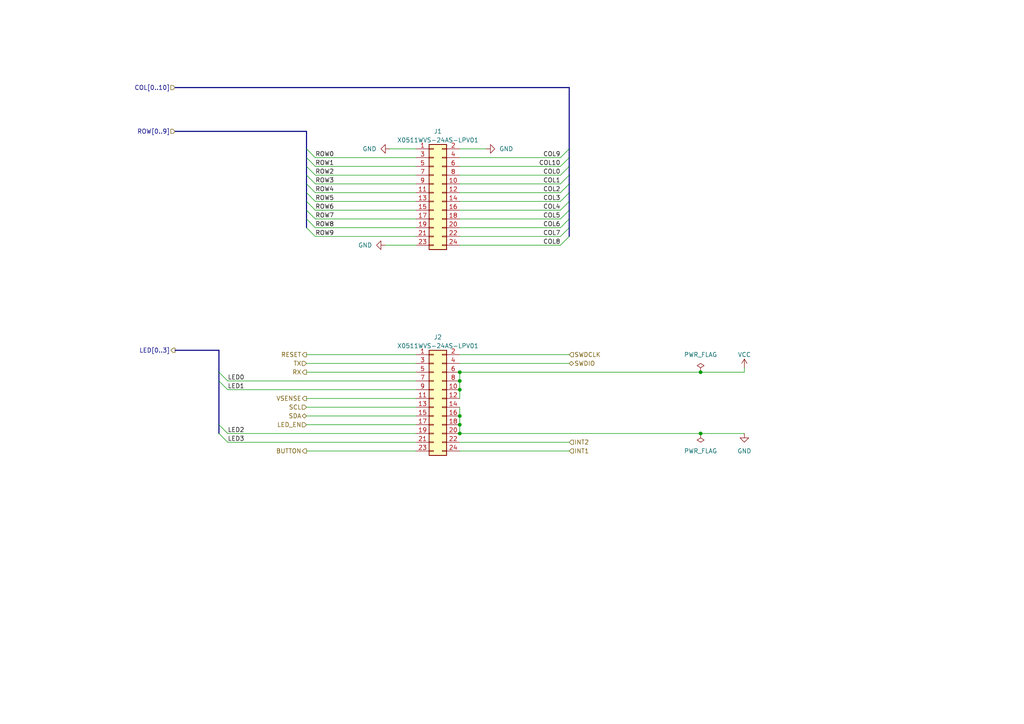
<source format=kicad_sch>
(kicad_sch (version 20230121) (generator eeschema)
  (paper "A4")
  (lib_symbols
    (symbol "Connector_Generic:Conn_02x12_Odd_Even" (pin_names (offset 1.016) hide)
      (property "Reference" "J" (at 1.27 15.24 0))
      (property "Value" "Conn_02x12_Odd_Even" (at 1.27 -17.78 0))
      (symbol "Conn_02x12_Odd_Even_1_1"
        (rectangle (start -1.27 -15.113) (end 0 -15.367) (stroke (width 0.1524)))
        (rectangle (start -1.27 -12.573) (end 0 -12.827) (stroke (width 0.1524)))
        (rectangle (start -1.27 -10.033) (end 0 -10.287) (stroke (width 0.1524)))
        (rectangle (start -1.27 -7.493) (end 0 -7.747) (stroke (width 0.1524)))
        (rectangle (start -1.27 -4.953) (end 0 -5.207) (stroke (width 0.1524)))
        (rectangle (start -1.27 -2.413) (end 0 -2.667) (stroke (width 0.1524)))
        (rectangle (start -1.27 0.127) (end 0 -0.127) (stroke (width 0.1524)))
        (rectangle (start -1.27 2.667) (end 0 2.413) (stroke (width 0.1524)))
        (rectangle (start -1.27 5.207) (end 0 4.953) (stroke (width 0.1524)))
        (rectangle (start -1.27 7.747) (end 0 7.493) (stroke (width 0.1524)))
        (rectangle (start -1.27 10.287) (end 0 10.033) (stroke (width 0.1524)))
        (rectangle (start -1.27 12.827) (end 0 12.573) (stroke (width 0.1524)))
        (rectangle (start -1.27 13.97) (end 3.81 -16.51) (stroke (width 0.254)) (fill (type background)))
        (rectangle (start 3.81 -15.113) (end 2.54 -15.367) (stroke (width 0.1524)))
        (rectangle (start 3.81 -12.573) (end 2.54 -12.827) (stroke (width 0.1524)))
        (rectangle (start 3.81 -10.033) (end 2.54 -10.287) (stroke (width 0.1524)))
        (rectangle (start 3.81 -7.493) (end 2.54 -7.747) (stroke (width 0.1524)))
        (rectangle (start 3.81 -4.953) (end 2.54 -5.207) (stroke (width 0.1524)))
        (rectangle (start 3.81 -2.413) (end 2.54 -2.667) (stroke (width 0.1524)))
        (rectangle (start 3.81 0.127) (end 2.54 -0.127) (stroke (width 0.1524)))
        (rectangle (start 3.81 2.667) (end 2.54 2.413) (stroke (width 0.1524)))
        (rectangle (start 3.81 5.207) (end 2.54 4.953) (stroke (width 0.1524)))
        (rectangle (start 3.81 7.747) (end 2.54 7.493) (stroke (width 0.1524)))
        (rectangle (start 3.81 10.287) (end 2.54 10.033) (stroke (width 0.1524)))
        (rectangle (start 3.81 12.827) (end 2.54 12.573) (stroke (width 0.1524)))
        (pin passive line (at -5.08 12.7 0) (length 3.81) (name "Pin_1") (number "1"))
        (pin passive line (at 7.62 2.54 180) (length 3.81) (name "Pin_10") (number "10"))
        (pin passive line (at -5.08 0 0) (length 3.81) (name "Pin_11") (number "11"))
        (pin passive line (at 7.62 0 180) (length 3.81) (name "Pin_12") (number "12"))
        (pin passive line (at -5.08 -2.54 0) (length 3.81) (name "Pin_13") (number "13"))
        (pin passive line (at 7.62 -2.54 180) (length 3.81) (name "Pin_14") (number "14"))
        (pin passive line (at -5.08 -5.08 0) (length 3.81) (name "Pin_15") (number "15"))
        (pin passive line (at 7.62 -5.08 180) (length 3.81) (name "Pin_16") (number "16"))
        (pin passive line (at -5.08 -7.62 0) (length 3.81) (name "Pin_17") (number "17"))
        (pin passive line (at 7.62 -7.62 180) (length 3.81) (name "Pin_18") (number "18"))
        (pin passive line (at -5.08 -10.16 0) (length 3.81) (name "Pin_19") (number "19"))
        (pin passive line (at 7.62 12.7 180) (length 3.81) (name "Pin_2") (number "2"))
        (pin passive line (at 7.62 -10.16 180) (length 3.81) (name "Pin_20") (number "20"))
        (pin passive line (at -5.08 -12.7 0) (length 3.81) (name "Pin_21") (number "21"))
        (pin passive line (at 7.62 -12.7 180) (length 3.81) (name "Pin_22") (number "22"))
        (pin passive line (at -5.08 -15.24 0) (length 3.81) (name "Pin_23") (number "23"))
        (pin passive line (at 7.62 -15.24 180) (length 3.81) (name "Pin_24") (number "24"))
        (pin passive line (at -5.08 10.16 0) (length 3.81) (name "Pin_3") (number "3"))
        (pin passive line (at 7.62 10.16 180) (length 3.81) (name "Pin_4") (number "4"))
        (pin passive line (at -5.08 7.62 0) (length 3.81) (name "Pin_5") (number "5"))
        (pin passive line (at 7.62 7.62 180) (length 3.81) (name "Pin_6") (number "6"))
        (pin passive line (at -5.08 5.08 0) (length 3.81) (name "Pin_7") (number "7"))
        (pin passive line (at 7.62 5.08 180) (length 3.81) (name "Pin_8") (number "8"))
        (pin passive line (at -5.08 2.54 0) (length 3.81) (name "Pin_9") (number "9"))
      )
    )
    (symbol "power:GND" (power) (pin_names (offset 0))
      (property "Value" "GND" (at 0 -3.81 0))
      (symbol "GND_0_1"
        (polyline (pts (xy 0 0) (xy 0 -1.27) (xy 1.27 -1.27) (xy 0 -2.54) (xy -1.27 -1.27) (xy 0 -1.27)))
      )
      (symbol "GND_1_1"
        (pin power_in line (at 0 0 270) (length 0) hide (name "GND") (number "1"))
      )
    )
    (symbol "power:PWR_FLAG" (power) (pin_numbers hide) (pin_names (offset 0) hide)
      (property "Value" "PWR_FLAG" (at 0 3.81 0))
      (symbol "PWR_FLAG_0_0"
        (pin power_out line (at 0 0 90) (length 0) (name "pwr") (number "1"))
      )
      (symbol "PWR_FLAG_0_1"
        (polyline (pts (xy 0 0) (xy 0 1.27) (xy -1.016 1.905) (xy 0 2.54) (xy 1.016 1.905) (xy 0 1.27)))
      )
    )
    (symbol "power:VCC" (power) (pin_names (offset 0))
      (property "Value" "VCC" (at 0 3.81 0))
      (symbol "VCC_0_1"
        (polyline (pts (xy -0.762 1.27) (xy 0 2.54)))
        (polyline (pts (xy 0 0) (xy 0 2.54)))
        (polyline (pts (xy 0 2.54) (xy 0.762 1.27)))
      )
      (symbol "VCC_1_1"
        (pin power_in line (at 0 0 90) (length 0) hide (name "VCC") (number "1"))
      )
    )
  )
  (junction (at 133.35 113.03))
  (junction (at 133.35 125.73))
  (junction (at 203.2 125.73))
  (junction (at 133.35 120.65))
  (junction (at 133.35 110.49))
  (junction (at 203.2 107.95))
  (junction (at 133.35 107.95))
  (junction (at 133.35 123.19))
  (bus_entry (at 165.1 50.8) (size -2.54 2.54))
  (bus_entry (at 63.5 107.95) (size 2.54 2.54))
  (bus_entry (at 63.5 123.19) (size 2.54 2.54))
  (bus_entry (at 88.9 63.5) (size 2.54 2.54))
  (bus_entry (at 88.9 48.26) (size 2.54 2.54))
  (bus_entry (at 88.9 45.72) (size 2.54 2.54))
  (bus_entry (at 63.5 110.49) (size 2.54 2.54))
  (bus_entry (at 88.9 43.18) (size 2.54 2.54))
  (bus_entry (at 165.1 63.5) (size -2.54 2.54))
  (bus_entry (at 88.9 53.34) (size 2.54 2.54))
  (bus_entry (at 165.1 48.26) (size -2.54 2.54))
  (bus_entry (at 88.9 60.96) (size 2.54 2.54))
  (bus_entry (at 88.9 66.04) (size 2.54 2.54))
  (bus_entry (at 63.5 125.73) (size 2.54 2.54))
  (bus_entry (at 165.1 60.96) (size -2.54 2.54))
  (bus_entry (at 88.9 50.8) (size 2.54 2.54))
  (bus_entry (at 165.1 55.88) (size -2.54 2.54))
  (bus_entry (at 165.1 43.18) (size -2.54 2.54))
  (bus_entry (at 88.9 58.42) (size 2.54 2.54))
  (bus_entry (at 88.9 55.88) (size 2.54 2.54))
  (bus_entry (at 165.1 66.04) (size -2.54 2.54))
  (bus_entry (at 165.1 68.58) (size -2.54 2.54))
  (bus_entry (at 165.1 58.42) (size -2.54 2.54))
  (bus_entry (at 165.1 53.34) (size -2.54 2.54))
  (bus_entry (at 165.1 45.72) (size -2.54 2.54))
  (wire (pts (xy 133.35 107.95) (xy 133.35 110.49)))
  (wire (pts (xy 88.9 130.81) (xy 120.65 130.81)))
  (wire (pts (xy 91.44 53.34) (xy 120.65 53.34)))
  (wire (pts (xy 203.2 125.73) (xy 215.9 125.73)))
  (bus (pts (xy 165.1 53.34) (xy 165.1 55.88)))
  (wire (pts (xy 133.35 105.41) (xy 165.1 105.41)))
  (bus (pts (xy 50.8 38.1) (xy 88.9 38.1)))
  (wire (pts (xy 133.35 110.49) (xy 133.35 113.03)))
  (wire (pts (xy 133.35 125.73) (xy 203.2 125.73)))
  (bus (pts (xy 165.1 43.18) (xy 165.1 45.72)))
  (bus (pts (xy 50.8 25.4) (xy 165.1 25.4)))
  (wire (pts (xy 133.35 48.26) (xy 162.56 48.26)))
  (bus (pts (xy 63.5 110.49) (xy 63.5 123.19)))
  (bus (pts (xy 165.1 60.96) (xy 165.1 63.5)))
  (wire (pts (xy 133.35 102.87) (xy 165.1 102.87)))
  (bus (pts (xy 88.9 63.5) (xy 88.9 66.04)))
  (bus (pts (xy 88.9 53.34) (xy 88.9 55.88)))
  (wire (pts (xy 88.9 102.87) (xy 120.65 102.87)))
  (wire (pts (xy 133.35 128.27) (xy 165.1 128.27)))
  (wire (pts (xy 88.9 115.57) (xy 120.65 115.57)))
  (wire (pts (xy 66.04 125.73) (xy 120.65 125.73)))
  (bus (pts (xy 165.1 55.88) (xy 165.1 58.42)))
  (wire (pts (xy 133.35 123.19) (xy 133.35 125.73)))
  (bus (pts (xy 165.1 58.42) (xy 165.1 60.96)))
  (wire (pts (xy 133.35 130.81) (xy 165.1 130.81)))
  (bus (pts (xy 50.8 101.6) (xy 63.5 101.6)))
  (bus (pts (xy 63.5 101.6) (xy 63.5 107.95)))
  (bus (pts (xy 165.1 66.04) (xy 165.1 68.58)))
  (wire (pts (xy 133.35 107.95) (xy 203.2 107.95)))
  (wire (pts (xy 111.76 71.12) (xy 120.65 71.12)))
  (wire (pts (xy 66.04 128.27) (xy 120.65 128.27)))
  (wire (pts (xy 133.35 118.11) (xy 133.35 120.65)))
  (bus (pts (xy 88.9 43.18) (xy 88.9 45.72)))
  (wire (pts (xy 88.9 120.65) (xy 120.65 120.65)))
  (wire (pts (xy 91.44 68.58) (xy 120.65 68.58)))
  (wire (pts (xy 133.35 60.96) (xy 162.56 60.96)))
  (wire (pts (xy 88.9 105.41) (xy 120.65 105.41)))
  (bus (pts (xy 63.5 123.19) (xy 63.5 125.73)))
  (wire (pts (xy 91.44 58.42) (xy 120.65 58.42)))
  (bus (pts (xy 165.1 50.8) (xy 165.1 53.34)))
  (wire (pts (xy 88.9 107.95) (xy 120.65 107.95)))
  (wire (pts (xy 215.9 106.68) (xy 215.9 107.95)))
  (wire (pts (xy 133.35 68.58) (xy 162.56 68.58)))
  (wire (pts (xy 133.35 45.72) (xy 162.56 45.72)))
  (wire (pts (xy 113.03 43.18) (xy 120.65 43.18)))
  (wire (pts (xy 91.44 60.96) (xy 120.65 60.96)))
  (bus (pts (xy 88.9 60.96) (xy 88.9 63.5)))
  (bus (pts (xy 165.1 45.72) (xy 165.1 48.26)))
  (wire (pts (xy 133.35 53.34) (xy 162.56 53.34)))
  (bus (pts (xy 88.9 50.8) (xy 88.9 53.34)))
  (bus (pts (xy 88.9 58.42) (xy 88.9 60.96)))
  (wire (pts (xy 88.9 123.19) (xy 120.65 123.19)))
  (wire (pts (xy 91.44 50.8) (xy 120.65 50.8)))
  (wire (pts (xy 133.35 71.12) (xy 162.56 71.12)))
  (bus (pts (xy 165.1 63.5) (xy 165.1 66.04)))
  (bus (pts (xy 88.9 48.26) (xy 88.9 50.8)))
  (wire (pts (xy 140.97 43.18) (xy 133.35 43.18)))
  (wire (pts (xy 91.44 66.04) (xy 120.65 66.04)))
  (bus (pts (xy 165.1 48.26) (xy 165.1 50.8)))
  (wire (pts (xy 133.35 66.04) (xy 162.56 66.04)))
  (bus (pts (xy 88.9 38.1) (xy 88.9 43.18)))
  (wire (pts (xy 91.44 45.72) (xy 120.65 45.72)))
  (wire (pts (xy 91.44 48.26) (xy 120.65 48.26)))
  (wire (pts (xy 133.35 50.8) (xy 162.56 50.8)))
  (wire (pts (xy 66.04 110.49) (xy 120.65 110.49)))
  (bus (pts (xy 63.5 107.95) (xy 63.5 110.49)))
  (wire (pts (xy 91.44 63.5) (xy 120.65 63.5)))
  (wire (pts (xy 133.35 113.03) (xy 133.35 115.57)))
  (wire (pts (xy 133.35 58.42) (xy 162.56 58.42)))
  (bus (pts (xy 165.1 25.4) (xy 165.1 43.18)))
  (wire (pts (xy 133.35 120.65) (xy 133.35 123.19)))
  (wire (pts (xy 215.9 107.95) (xy 203.2 107.95)))
  (bus (pts (xy 88.9 45.72) (xy 88.9 48.26)))
  (wire (pts (xy 66.04 113.03) (xy 120.65 113.03)))
  (wire (pts (xy 133.35 55.88) (xy 162.56 55.88)))
  (wire (pts (xy 91.44 55.88) (xy 120.65 55.88)))
  (wire (pts (xy 133.35 63.5) (xy 162.56 63.5)))
  (bus (pts (xy 88.9 55.88) (xy 88.9 58.42)))
  (wire (pts (xy 88.9 118.11) (xy 120.65 118.11)))
  (label "ROW8" (at 91.44 66.04 0))
  (label "COL8" (at 162.56 71.12 180))
  (label "ROW5" (at 91.44 58.42 0))
  (label "COL0" (at 162.56 50.8 180))
  (label "LED2" (at 66.04 125.73 0))
  (label "COL6" (at 162.56 66.04 180))
  (label "ROW4" (at 91.44 55.88 0))
  (label "LED1" (at 66.04 113.03 0))
  (label "COL2" (at 162.56 55.88 180))
  (label "ROW6" (at 91.44 60.96 0))
  (label "ROW2" (at 91.44 50.8 0))
  (label "LED3" (at 66.04 128.27 0))
  (label "COL4" (at 162.56 60.96 180))
  (label "COL7" (at 162.56 68.58 180))
  (label "COL10" (at 162.56 48.26 180))
  (label "COL9" (at 162.56 45.72 180))
  (label "ROW7" (at 91.44 63.5 0))
  (label "LED0" (at 66.04 110.49 0))
  (label "COL5" (at 162.56 63.5 180))
  (label "COL1" (at 162.56 53.34 180))
  (label "ROW1" (at 91.44 48.26 0))
  (label "ROW0" (at 91.44 45.72 0))
  (label "ROW3" (at 91.44 53.34 0))
  (label "ROW9" (at 91.44 68.58 0))
  (label "COL3" (at 162.56 58.42 180))
  (hierarchical_label "TX" (shape input) (at 88.9 105.41 180))
  (hierarchical_label "COL[0..10]" (shape input) (at 50.8 25.4 180))
  (hierarchical_label "SDA" (shape bidirectional) (at 88.9 120.65 180))
  (hierarchical_label "LED_EN" (shape input) (at 88.9 123.19 180))
  (hierarchical_label "SCL" (shape input) (at 88.9 118.11 180))
  (hierarchical_label "VSENSE" (shape output) (at 88.9 115.57 180))
  (hierarchical_label "INT2" (shape input) (at 165.1 128.27 0))
  (hierarchical_label "ROW[0..9]" (shape input) (at 50.8 38.1 180))
  (hierarchical_label "SWDCLK" (shape input) (at 165.1 102.87 0))
  (hierarchical_label "BUTTON" (shape output) (at 88.9 130.81 180))
  (hierarchical_label "LED[0..3]" (shape output) (at 50.8 101.6 180))
  (hierarchical_label "RESET" (shape output) (at 88.9 102.87 180))
  (hierarchical_label "INT1" (shape input) (at 165.1 130.81 0))
  (hierarchical_label "RX" (shape output) (at 88.9 107.95 180))
  (hierarchical_label "SWDIO" (shape bidirectional) (at 165.1 105.41 0))
  (symbol (lib_id "power:GND") (at 215.9 125.73 0) (unit 1)
    (property "Reference" "#PWR02" (effects hide))
    (property "Value" "GND" (at 215.9 130.81 0))
    (instances (project "ControllerBoard" (path "" (reference "#PWR02") (unit 1)) (path "" (reference "#PWR018") (unit 1))) (project "WordClock" (path "" (reference "#PWR02") (unit 1))))
  )
  (symbol (lib_id "Connector_Generic:Conn_02x12_Odd_Even") (at 125.73 115.57 0) (unit 1)
    (property "Reference" "J2" (at 127 97.79 0))
    (property "Value" "X0511WVS-24AS-LPV01" (at 127 100.33 0))
    (property "Footprint" "WordWatch:X0511WVS-24AS-LPV01" (effects hide))
  )
  (symbol (lib_id "Connector_Generic:Conn_02x12_Odd_Even") (at 125.73 55.88 0) (unit 1)
    (property "Reference" "J1" (at 127 38.1 0))
    (property "Value" "X0511WVS-24AS-LPV01" (at 127 40.64 0))
    (property "Footprint" "WordWatch:X0511WVS-24AS-LPV01" (effects hide))
  )
  (symbol (lib_id "power:PWR_FLAG") (at 203.2 107.95 0) (unit 1)
    (property "Reference" "#FLG01" (effects hide))
    (property "Value" "PWR_FLAG" (at 203.2 102.87 0))
  )
  (symbol (lib_id "power:PWR_FLAG") (at 203.2 125.73 180) (unit 1)
    (property "Reference" "#FLG02" (effects hide))
    (property "Value" "PWR_FLAG" (at 203.2 130.81 0))
  )
  (symbol (lib_id "power:GND") (at 111.76 71.12 270) (unit 1)
    (property "Reference" "#PWR025" (effects hide))
    (property "Value" "GND" (at 107.95 71.12 90) (effects (justify right)))
    (instances (project "ControllerBoard" (path "" (reference "#PWR025") (unit 1)) (path "" (reference "#PWR02") (unit 1))) (project "WordClock" (path "" (reference "#PWR02") (unit 1))))
  )
  (symbol (lib_id "power:VCC") (at 215.9 106.68 0) (unit 1)
    (property "Reference" "#PWR01" (effects hide))
    (property "Value" "VCC" (at 215.9 102.87 0))
    (instances (project "ControllerBoard" (path "" (reference "#PWR01") (unit 1)) (path "" (reference "#PWR017") (unit 1))) (project "WordClock" (path "" (reference "#PWR01") (unit 1))))
  )
  (symbol (lib_id "power:GND") (at 140.97 43.18 90) (unit 1)
    (property "Reference" "#PWR018" (effects hide))
    (property "Value" "GND" (at 144.78 43.18 90) (effects (justify right)))
    (instances (project "ControllerBoard" (path "" (reference "#PWR018") (unit 1)) (path "" (reference "#PWR01") (unit 1))) (project "WordClock" (path "" (reference "#PWR02") (unit 1))))
  )
  (symbol (lib_id "power:GND") (at 113.03 43.18 270) (unit 1)
    (property "Reference" "#PWR018" (effects hide))
    (property "Value" "GND" (at 109.22 43.18 90) (effects (justify right)))
    (instances (project "ControllerBoard" (path "" (reference "#PWR018") (unit 1)) (path "" (reference "#PWR027") (unit 1))) (project "WordClock" (path "" (reference "#PWR02") (unit 1))))
  )
)
</source>
